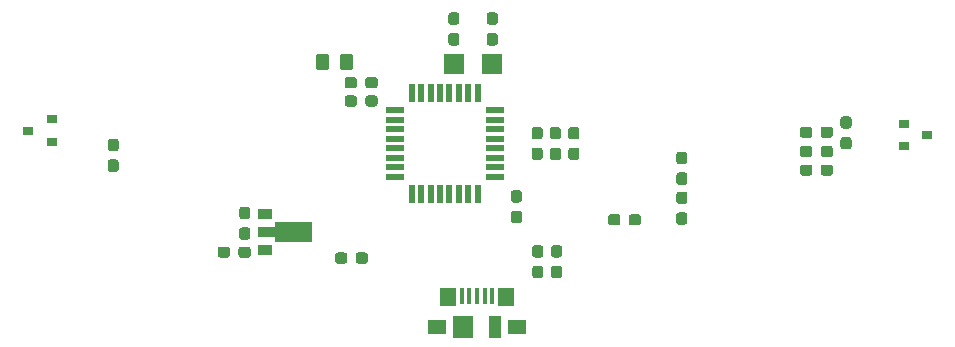
<source format=gtp>
G04 #@! TF.GenerationSoftware,KiCad,Pcbnew,5.99.0-unknown-c7daca1~86~ubuntu18.04.1*
G04 #@! TF.CreationDate,2020-03-27T23:29:59-03:00*
G04 #@! TF.ProjectId,DPL,44504c2e-6b69-4636-9164-5f7063625858,rev?*
G04 #@! TF.SameCoordinates,Original*
G04 #@! TF.FileFunction,Paste,Top*
G04 #@! TF.FilePolarity,Positive*
%FSLAX46Y46*%
G04 Gerber Fmt 4.6, Leading zero omitted, Abs format (unit mm)*
G04 Created by KiCad (PCBNEW 5.99.0-unknown-c7daca1~86~ubuntu18.04.1) date 2020-03-27 23:29:59*
%MOMM*%
%LPD*%
G01*
G04 APERTURE LIST*
%ADD10R,1.000000X1.900000*%
%ADD11R,1.800000X1.900000*%
%ADD12R,1.650000X1.300000*%
%ADD13R,1.425000X1.550000*%
%ADD14R,0.450000X1.380000*%
%ADD15R,1.750000X1.800000*%
%ADD16R,1.300000X0.900000*%
%ADD17R,1.600000X0.550000*%
%ADD18R,0.550000X1.600000*%
%ADD19R,0.900000X0.800000*%
G04 APERTURE END LIST*
G36*
G01*
X130975000Y-136887500D02*
X130975000Y-136412500D01*
G75*
G02*
X131212500Y-136175000I237500J0D01*
G01*
X131787500Y-136175000D01*
G75*
G02*
X132025000Y-136412500I0J-237500D01*
G01*
X132025000Y-136887500D01*
G75*
G02*
X131787500Y-137125000I-237500J0D01*
G01*
X131212500Y-137125000D01*
G75*
G02*
X130975000Y-136887500I0J237500D01*
G01*
G37*
G36*
G01*
X129225000Y-136887500D02*
X129225000Y-136412500D01*
G75*
G02*
X129462500Y-136175000I237500J0D01*
G01*
X130037500Y-136175000D01*
G75*
G02*
X130275000Y-136412500I0J-237500D01*
G01*
X130275000Y-136887500D01*
G75*
G02*
X130037500Y-137125000I-237500J0D01*
G01*
X129462500Y-137125000D01*
G75*
G02*
X129225000Y-136887500I0J237500D01*
G01*
G37*
G36*
G01*
X131100000Y-123112500D02*
X131100000Y-123587500D01*
G75*
G02*
X130862500Y-123825000I-237500J0D01*
G01*
X130287500Y-123825000D01*
G75*
G02*
X130050000Y-123587500I0J237500D01*
G01*
X130050000Y-123112500D01*
G75*
G02*
X130287500Y-122875000I237500J0D01*
G01*
X130862500Y-122875000D01*
G75*
G02*
X131100000Y-123112500I0J-237500D01*
G01*
G37*
G36*
G01*
X132850000Y-123112500D02*
X132850000Y-123587500D01*
G75*
G02*
X132612500Y-123825000I-237500J0D01*
G01*
X132037500Y-123825000D01*
G75*
G02*
X131800000Y-123587500I0J237500D01*
G01*
X131800000Y-123112500D01*
G75*
G02*
X132037500Y-122875000I237500J0D01*
G01*
X132612500Y-122875000D01*
G75*
G02*
X132850000Y-123112500I0J-237500D01*
G01*
G37*
D10*
X142800000Y-142525000D03*
D11*
X140100000Y-142525000D03*
D12*
X144625000Y-142525000D03*
X137875000Y-142525000D03*
D13*
X143737500Y-139950000D03*
X138762500Y-139950000D03*
D14*
X142550000Y-139865000D03*
X141900000Y-139865000D03*
X141250000Y-139865000D03*
X140600000Y-139865000D03*
X139950000Y-139865000D03*
D15*
X139300000Y-120200000D03*
X142550000Y-120200000D03*
G36*
X127300000Y-135316500D02*
G01*
X124175000Y-135316500D01*
X124175000Y-134900000D01*
X122700000Y-134900000D01*
X122700000Y-134000000D01*
X124175000Y-134000000D01*
X124175000Y-133583500D01*
X127300000Y-133583500D01*
X127300000Y-135316500D01*
G37*
D16*
X123350000Y-135950000D03*
X123350000Y-132950000D03*
D17*
X142775000Y-124150000D03*
X142775000Y-124950000D03*
X142775000Y-125750000D03*
X142775000Y-126550000D03*
X142775000Y-127350000D03*
X142775000Y-128150000D03*
X142775000Y-128950000D03*
X142775000Y-129750000D03*
D18*
X141325000Y-131200000D03*
X140525000Y-131200000D03*
X139725000Y-131200000D03*
X138925000Y-131200000D03*
X138125000Y-131200000D03*
X137325000Y-131200000D03*
X136525000Y-131200000D03*
X135725000Y-131200000D03*
D17*
X134275000Y-129750000D03*
X134275000Y-128950000D03*
X134275000Y-128150000D03*
X134275000Y-127350000D03*
X134275000Y-126550000D03*
X134275000Y-125750000D03*
X134275000Y-124950000D03*
X134275000Y-124150000D03*
D18*
X135725000Y-122700000D03*
X136525000Y-122700000D03*
X137325000Y-122700000D03*
X138125000Y-122700000D03*
X138925000Y-122700000D03*
X139725000Y-122700000D03*
X140525000Y-122700000D03*
X141325000Y-122700000D03*
G36*
G01*
X170350000Y-126237500D02*
X170350000Y-125762500D01*
G75*
G02*
X170587500Y-125525000I237500J0D01*
G01*
X171162500Y-125525000D01*
G75*
G02*
X171400000Y-125762500I0J-237500D01*
G01*
X171400000Y-126237500D01*
G75*
G02*
X171162500Y-126475000I-237500J0D01*
G01*
X170587500Y-126475000D01*
G75*
G02*
X170350000Y-126237500I0J237500D01*
G01*
G37*
G36*
G01*
X168600000Y-126237500D02*
X168600000Y-125762500D01*
G75*
G02*
X168837500Y-125525000I237500J0D01*
G01*
X169412500Y-125525000D01*
G75*
G02*
X169650000Y-125762500I0J-237500D01*
G01*
X169650000Y-126237500D01*
G75*
G02*
X169412500Y-126475000I-237500J0D01*
G01*
X168837500Y-126475000D01*
G75*
G02*
X168600000Y-126237500I0J237500D01*
G01*
G37*
G36*
G01*
X170350000Y-127862500D02*
X170350000Y-127387500D01*
G75*
G02*
X170587500Y-127150000I237500J0D01*
G01*
X171162500Y-127150000D01*
G75*
G02*
X171400000Y-127387500I0J-237500D01*
G01*
X171400000Y-127862500D01*
G75*
G02*
X171162500Y-128100000I-237500J0D01*
G01*
X170587500Y-128100000D01*
G75*
G02*
X170350000Y-127862500I0J237500D01*
G01*
G37*
G36*
G01*
X168600000Y-127862500D02*
X168600000Y-127387500D01*
G75*
G02*
X168837500Y-127150000I237500J0D01*
G01*
X169412500Y-127150000D01*
G75*
G02*
X169650000Y-127387500I0J-237500D01*
G01*
X169650000Y-127862500D01*
G75*
G02*
X169412500Y-128100000I-237500J0D01*
G01*
X168837500Y-128100000D01*
G75*
G02*
X168600000Y-127862500I0J237500D01*
G01*
G37*
G36*
G01*
X170350000Y-129437500D02*
X170350000Y-128962500D01*
G75*
G02*
X170587500Y-128725000I237500J0D01*
G01*
X171162500Y-128725000D01*
G75*
G02*
X171400000Y-128962500I0J-237500D01*
G01*
X171400000Y-129437500D01*
G75*
G02*
X171162500Y-129675000I-237500J0D01*
G01*
X170587500Y-129675000D01*
G75*
G02*
X170350000Y-129437500I0J237500D01*
G01*
G37*
G36*
G01*
X168600000Y-129437500D02*
X168600000Y-128962500D01*
G75*
G02*
X168837500Y-128725000I237500J0D01*
G01*
X169412500Y-128725000D01*
G75*
G02*
X169650000Y-128962500I0J-237500D01*
G01*
X169650000Y-129437500D01*
G75*
G02*
X169412500Y-129675000I-237500J0D01*
G01*
X168837500Y-129675000D01*
G75*
G02*
X168600000Y-129437500I0J237500D01*
G01*
G37*
G36*
G01*
X110212500Y-128300000D02*
X110687500Y-128300000D01*
G75*
G02*
X110925000Y-128537500I0J-237500D01*
G01*
X110925000Y-129112500D01*
G75*
G02*
X110687500Y-129350000I-237500J0D01*
G01*
X110212500Y-129350000D01*
G75*
G02*
X109975000Y-129112500I0J237500D01*
G01*
X109975000Y-128537500D01*
G75*
G02*
X110212500Y-128300000I237500J0D01*
G01*
G37*
G36*
G01*
X110212500Y-126550000D02*
X110687500Y-126550000D01*
G75*
G02*
X110925000Y-126787500I0J-237500D01*
G01*
X110925000Y-127362500D01*
G75*
G02*
X110687500Y-127600000I-237500J0D01*
G01*
X110212500Y-127600000D01*
G75*
G02*
X109975000Y-127362500I0J237500D01*
G01*
X109975000Y-126787500D01*
G75*
G02*
X110212500Y-126550000I237500J0D01*
G01*
G37*
G36*
G01*
X172262500Y-126400000D02*
X172737500Y-126400000D01*
G75*
G02*
X172975000Y-126637500I0J-237500D01*
G01*
X172975000Y-127212500D01*
G75*
G02*
X172737500Y-127450000I-237500J0D01*
G01*
X172262500Y-127450000D01*
G75*
G02*
X172025000Y-127212500I0J237500D01*
G01*
X172025000Y-126637500D01*
G75*
G02*
X172262500Y-126400000I237500J0D01*
G01*
G37*
G36*
G01*
X172262500Y-124650000D02*
X172737500Y-124650000D01*
G75*
G02*
X172975000Y-124887500I0J-237500D01*
G01*
X172975000Y-125462500D01*
G75*
G02*
X172737500Y-125700000I-237500J0D01*
G01*
X172262500Y-125700000D01*
G75*
G02*
X172025000Y-125462500I0J237500D01*
G01*
X172025000Y-124887500D01*
G75*
G02*
X172262500Y-124650000I237500J0D01*
G01*
G37*
G36*
G01*
X144362500Y-132650000D02*
X144837500Y-132650000D01*
G75*
G02*
X145075000Y-132887500I0J-237500D01*
G01*
X145075000Y-133462500D01*
G75*
G02*
X144837500Y-133700000I-237500J0D01*
G01*
X144362500Y-133700000D01*
G75*
G02*
X144125000Y-133462500I0J237500D01*
G01*
X144125000Y-132887500D01*
G75*
G02*
X144362500Y-132650000I237500J0D01*
G01*
G37*
G36*
G01*
X144362500Y-130900000D02*
X144837500Y-130900000D01*
G75*
G02*
X145075000Y-131137500I0J-237500D01*
G01*
X145075000Y-131712500D01*
G75*
G02*
X144837500Y-131950000I-237500J0D01*
G01*
X144362500Y-131950000D01*
G75*
G02*
X144125000Y-131712500I0J237500D01*
G01*
X144125000Y-131137500D01*
G75*
G02*
X144362500Y-130900000I237500J0D01*
G01*
G37*
G36*
G01*
X148237500Y-136600000D02*
X147762500Y-136600000D01*
G75*
G02*
X147525000Y-136362500I0J237500D01*
G01*
X147525000Y-135787500D01*
G75*
G02*
X147762500Y-135550000I237500J0D01*
G01*
X148237500Y-135550000D01*
G75*
G02*
X148475000Y-135787500I0J-237500D01*
G01*
X148475000Y-136362500D01*
G75*
G02*
X148237500Y-136600000I-237500J0D01*
G01*
G37*
G36*
G01*
X148237500Y-138350000D02*
X147762500Y-138350000D01*
G75*
G02*
X147525000Y-138112500I0J237500D01*
G01*
X147525000Y-137537500D01*
G75*
G02*
X147762500Y-137300000I237500J0D01*
G01*
X148237500Y-137300000D01*
G75*
G02*
X148475000Y-137537500I0J-237500D01*
G01*
X148475000Y-138112500D01*
G75*
G02*
X148237500Y-138350000I-237500J0D01*
G01*
G37*
G36*
G01*
X158362500Y-129400000D02*
X158837500Y-129400000D01*
G75*
G02*
X159075000Y-129637500I0J-237500D01*
G01*
X159075000Y-130212500D01*
G75*
G02*
X158837500Y-130450000I-237500J0D01*
G01*
X158362500Y-130450000D01*
G75*
G02*
X158125000Y-130212500I0J237500D01*
G01*
X158125000Y-129637500D01*
G75*
G02*
X158362500Y-129400000I237500J0D01*
G01*
G37*
G36*
G01*
X158362500Y-127650000D02*
X158837500Y-127650000D01*
G75*
G02*
X159075000Y-127887500I0J-237500D01*
G01*
X159075000Y-128462500D01*
G75*
G02*
X158837500Y-128700000I-237500J0D01*
G01*
X158362500Y-128700000D01*
G75*
G02*
X158125000Y-128462500I0J237500D01*
G01*
X158125000Y-127887500D01*
G75*
G02*
X158362500Y-127650000I237500J0D01*
G01*
G37*
G36*
G01*
X154100000Y-133637500D02*
X154100000Y-133162500D01*
G75*
G02*
X154337500Y-132925000I237500J0D01*
G01*
X154912500Y-132925000D01*
G75*
G02*
X155150000Y-133162500I0J-237500D01*
G01*
X155150000Y-133637500D01*
G75*
G02*
X154912500Y-133875000I-237500J0D01*
G01*
X154337500Y-133875000D01*
G75*
G02*
X154100000Y-133637500I0J237500D01*
G01*
G37*
G36*
G01*
X152350000Y-133637500D02*
X152350000Y-133162500D01*
G75*
G02*
X152587500Y-132925000I237500J0D01*
G01*
X153162500Y-132925000D01*
G75*
G02*
X153400000Y-133162500I0J-237500D01*
G01*
X153400000Y-133637500D01*
G75*
G02*
X153162500Y-133875000I-237500J0D01*
G01*
X152587500Y-133875000D01*
G75*
G02*
X152350000Y-133637500I0J237500D01*
G01*
G37*
D19*
X103250000Y-125850000D03*
X105250000Y-124900000D03*
X105250000Y-126800000D03*
X179400000Y-126250000D03*
X177400000Y-127200000D03*
X177400000Y-125300000D03*
G36*
G01*
X128750000Y-119599999D02*
X128750000Y-120500001D01*
G75*
G02*
X128500001Y-120750000I-249999J0D01*
G01*
X127849999Y-120750000D01*
G75*
G02*
X127600000Y-120500001I0J249999D01*
G01*
X127600000Y-119599999D01*
G75*
G02*
X127849999Y-119350000I249999J0D01*
G01*
X128500001Y-119350000D01*
G75*
G02*
X128750000Y-119599999I0J-249999D01*
G01*
G37*
G36*
G01*
X130800000Y-119599999D02*
X130800000Y-120500001D01*
G75*
G02*
X130550001Y-120750000I-249999J0D01*
G01*
X129899999Y-120750000D01*
G75*
G02*
X129650000Y-120500001I0J249999D01*
G01*
X129650000Y-119599999D01*
G75*
G02*
X129899999Y-119350000I249999J0D01*
G01*
X130550001Y-119350000D01*
G75*
G02*
X130800000Y-119599999I0J-249999D01*
G01*
G37*
G36*
G01*
X120350000Y-135912500D02*
X120350000Y-136387500D01*
G75*
G02*
X120112500Y-136625000I-237500J0D01*
G01*
X119537500Y-136625000D01*
G75*
G02*
X119300000Y-136387500I0J237500D01*
G01*
X119300000Y-135912500D01*
G75*
G02*
X119537500Y-135675000I237500J0D01*
G01*
X120112500Y-135675000D01*
G75*
G02*
X120350000Y-135912500I0J-237500D01*
G01*
G37*
G36*
G01*
X122100000Y-135912500D02*
X122100000Y-136387500D01*
G75*
G02*
X121862500Y-136625000I-237500J0D01*
G01*
X121287500Y-136625000D01*
G75*
G02*
X121050000Y-136387500I0J237500D01*
G01*
X121050000Y-135912500D01*
G75*
G02*
X121287500Y-135675000I237500J0D01*
G01*
X121862500Y-135675000D01*
G75*
G02*
X122100000Y-135912500I0J-237500D01*
G01*
G37*
G36*
G01*
X121837500Y-133350000D02*
X121362500Y-133350000D01*
G75*
G02*
X121125000Y-133112500I0J237500D01*
G01*
X121125000Y-132537500D01*
G75*
G02*
X121362500Y-132300000I237500J0D01*
G01*
X121837500Y-132300000D01*
G75*
G02*
X122075000Y-132537500I0J-237500D01*
G01*
X122075000Y-133112500D01*
G75*
G02*
X121837500Y-133350000I-237500J0D01*
G01*
G37*
G36*
G01*
X121837500Y-135100000D02*
X121362500Y-135100000D01*
G75*
G02*
X121125000Y-134862500I0J237500D01*
G01*
X121125000Y-134287500D01*
G75*
G02*
X121362500Y-134050000I237500J0D01*
G01*
X121837500Y-134050000D01*
G75*
G02*
X122075000Y-134287500I0J-237500D01*
G01*
X122075000Y-134862500D01*
G75*
G02*
X121837500Y-135100000I-237500J0D01*
G01*
G37*
G36*
G01*
X139537500Y-116900000D02*
X139062500Y-116900000D01*
G75*
G02*
X138825000Y-116662500I0J237500D01*
G01*
X138825000Y-116087500D01*
G75*
G02*
X139062500Y-115850000I237500J0D01*
G01*
X139537500Y-115850000D01*
G75*
G02*
X139775000Y-116087500I0J-237500D01*
G01*
X139775000Y-116662500D01*
G75*
G02*
X139537500Y-116900000I-237500J0D01*
G01*
G37*
G36*
G01*
X139537500Y-118650000D02*
X139062500Y-118650000D01*
G75*
G02*
X138825000Y-118412500I0J237500D01*
G01*
X138825000Y-117837500D01*
G75*
G02*
X139062500Y-117600000I237500J0D01*
G01*
X139537500Y-117600000D01*
G75*
G02*
X139775000Y-117837500I0J-237500D01*
G01*
X139775000Y-118412500D01*
G75*
G02*
X139537500Y-118650000I-237500J0D01*
G01*
G37*
G36*
G01*
X142787500Y-116900000D02*
X142312500Y-116900000D01*
G75*
G02*
X142075000Y-116662500I0J237500D01*
G01*
X142075000Y-116087500D01*
G75*
G02*
X142312500Y-115850000I237500J0D01*
G01*
X142787500Y-115850000D01*
G75*
G02*
X143025000Y-116087500I0J-237500D01*
G01*
X143025000Y-116662500D01*
G75*
G02*
X142787500Y-116900000I-237500J0D01*
G01*
G37*
G36*
G01*
X142787500Y-118650000D02*
X142312500Y-118650000D01*
G75*
G02*
X142075000Y-118412500I0J237500D01*
G01*
X142075000Y-117837500D01*
G75*
G02*
X142312500Y-117600000I237500J0D01*
G01*
X142787500Y-117600000D01*
G75*
G02*
X143025000Y-117837500I0J-237500D01*
G01*
X143025000Y-118412500D01*
G75*
G02*
X142787500Y-118650000I-237500J0D01*
G01*
G37*
G36*
G01*
X147662500Y-127300000D02*
X148137500Y-127300000D01*
G75*
G02*
X148375000Y-127537500I0J-237500D01*
G01*
X148375000Y-128112500D01*
G75*
G02*
X148137500Y-128350000I-237500J0D01*
G01*
X147662500Y-128350000D01*
G75*
G02*
X147425000Y-128112500I0J237500D01*
G01*
X147425000Y-127537500D01*
G75*
G02*
X147662500Y-127300000I237500J0D01*
G01*
G37*
G36*
G01*
X147662500Y-125550000D02*
X148137500Y-125550000D01*
G75*
G02*
X148375000Y-125787500I0J-237500D01*
G01*
X148375000Y-126362500D01*
G75*
G02*
X148137500Y-126600000I-237500J0D01*
G01*
X147662500Y-126600000D01*
G75*
G02*
X147425000Y-126362500I0J237500D01*
G01*
X147425000Y-125787500D01*
G75*
G02*
X147662500Y-125550000I237500J0D01*
G01*
G37*
G36*
G01*
X149212500Y-127300000D02*
X149687500Y-127300000D01*
G75*
G02*
X149925000Y-127537500I0J-237500D01*
G01*
X149925000Y-128112500D01*
G75*
G02*
X149687500Y-128350000I-237500J0D01*
G01*
X149212500Y-128350000D01*
G75*
G02*
X148975000Y-128112500I0J237500D01*
G01*
X148975000Y-127537500D01*
G75*
G02*
X149212500Y-127300000I237500J0D01*
G01*
G37*
G36*
G01*
X149212500Y-125550000D02*
X149687500Y-125550000D01*
G75*
G02*
X149925000Y-125787500I0J-237500D01*
G01*
X149925000Y-126362500D01*
G75*
G02*
X149687500Y-126600000I-237500J0D01*
G01*
X149212500Y-126600000D01*
G75*
G02*
X148975000Y-126362500I0J237500D01*
G01*
X148975000Y-125787500D01*
G75*
G02*
X149212500Y-125550000I237500J0D01*
G01*
G37*
G36*
G01*
X131100000Y-121562500D02*
X131100000Y-122037500D01*
G75*
G02*
X130862500Y-122275000I-237500J0D01*
G01*
X130287500Y-122275000D01*
G75*
G02*
X130050000Y-122037500I0J237500D01*
G01*
X130050000Y-121562500D01*
G75*
G02*
X130287500Y-121325000I237500J0D01*
G01*
X130862500Y-121325000D01*
G75*
G02*
X131100000Y-121562500I0J-237500D01*
G01*
G37*
G36*
G01*
X132850000Y-121562500D02*
X132850000Y-122037500D01*
G75*
G02*
X132612500Y-122275000I-237500J0D01*
G01*
X132037500Y-122275000D01*
G75*
G02*
X131800000Y-122037500I0J237500D01*
G01*
X131800000Y-121562500D01*
G75*
G02*
X132037500Y-121325000I237500J0D01*
G01*
X132612500Y-121325000D01*
G75*
G02*
X132850000Y-121562500I0J-237500D01*
G01*
G37*
G36*
G01*
X158362500Y-132775000D02*
X158837500Y-132775000D01*
G75*
G02*
X159075000Y-133012500I0J-237500D01*
G01*
X159075000Y-133587500D01*
G75*
G02*
X158837500Y-133825000I-237500J0D01*
G01*
X158362500Y-133825000D01*
G75*
G02*
X158125000Y-133587500I0J237500D01*
G01*
X158125000Y-133012500D01*
G75*
G02*
X158362500Y-132775000I237500J0D01*
G01*
G37*
G36*
G01*
X158362500Y-131025000D02*
X158837500Y-131025000D01*
G75*
G02*
X159075000Y-131262500I0J-237500D01*
G01*
X159075000Y-131837500D01*
G75*
G02*
X158837500Y-132075000I-237500J0D01*
G01*
X158362500Y-132075000D01*
G75*
G02*
X158125000Y-131837500I0J237500D01*
G01*
X158125000Y-131262500D01*
G75*
G02*
X158362500Y-131025000I237500J0D01*
G01*
G37*
G36*
G01*
X146637500Y-136600000D02*
X146162500Y-136600000D01*
G75*
G02*
X145925000Y-136362500I0J237500D01*
G01*
X145925000Y-135787500D01*
G75*
G02*
X146162500Y-135550000I237500J0D01*
G01*
X146637500Y-135550000D01*
G75*
G02*
X146875000Y-135787500I0J-237500D01*
G01*
X146875000Y-136362500D01*
G75*
G02*
X146637500Y-136600000I-237500J0D01*
G01*
G37*
G36*
G01*
X146637500Y-138350000D02*
X146162500Y-138350000D01*
G75*
G02*
X145925000Y-138112500I0J237500D01*
G01*
X145925000Y-137537500D01*
G75*
G02*
X146162500Y-137300000I237500J0D01*
G01*
X146637500Y-137300000D01*
G75*
G02*
X146875000Y-137537500I0J-237500D01*
G01*
X146875000Y-138112500D01*
G75*
G02*
X146637500Y-138350000I-237500J0D01*
G01*
G37*
G36*
G01*
X146112500Y-127300000D02*
X146587500Y-127300000D01*
G75*
G02*
X146825000Y-127537500I0J-237500D01*
G01*
X146825000Y-128112500D01*
G75*
G02*
X146587500Y-128350000I-237500J0D01*
G01*
X146112500Y-128350000D01*
G75*
G02*
X145875000Y-128112500I0J237500D01*
G01*
X145875000Y-127537500D01*
G75*
G02*
X146112500Y-127300000I237500J0D01*
G01*
G37*
G36*
G01*
X146112500Y-125550000D02*
X146587500Y-125550000D01*
G75*
G02*
X146825000Y-125787500I0J-237500D01*
G01*
X146825000Y-126362500D01*
G75*
G02*
X146587500Y-126600000I-237500J0D01*
G01*
X146112500Y-126600000D01*
G75*
G02*
X145875000Y-126362500I0J237500D01*
G01*
X145875000Y-125787500D01*
G75*
G02*
X146112500Y-125550000I237500J0D01*
G01*
G37*
M02*

</source>
